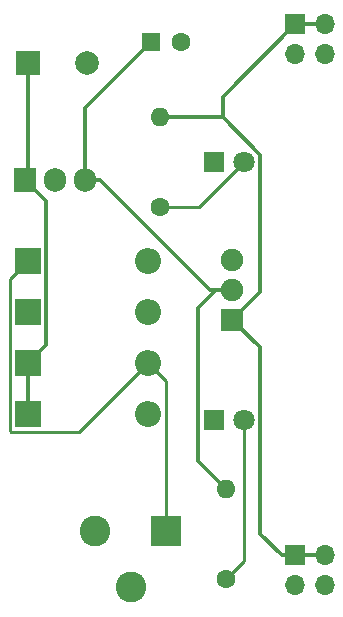
<source format=gtl>
%TF.GenerationSoftware,KiCad,Pcbnew,(5.1.6)-1*%
%TF.CreationDate,2020-06-18T13:16:41+05:30*%
%TF.ProjectId,breadboard powersupply,62726561-6462-46f6-9172-6420706f7765,V1*%
%TF.SameCoordinates,Original*%
%TF.FileFunction,Copper,L1,Top*%
%TF.FilePolarity,Positive*%
%FSLAX46Y46*%
G04 Gerber Fmt 4.6, Leading zero omitted, Abs format (unit mm)*
G04 Created by KiCad (PCBNEW (5.1.6)-1) date 2020-06-18 13:16:41*
%MOMM*%
%LPD*%
G01*
G04 APERTURE LIST*
%TA.AperFunction,ComponentPad*%
%ADD10R,2.000000X2.000000*%
%TD*%
%TA.AperFunction,ComponentPad*%
%ADD11C,2.000000*%
%TD*%
%TA.AperFunction,ComponentPad*%
%ADD12R,1.600000X1.600000*%
%TD*%
%TA.AperFunction,ComponentPad*%
%ADD13C,1.600000*%
%TD*%
%TA.AperFunction,ComponentPad*%
%ADD14R,2.200000X2.200000*%
%TD*%
%TA.AperFunction,ComponentPad*%
%ADD15O,2.200000X2.200000*%
%TD*%
%TA.AperFunction,ComponentPad*%
%ADD16R,1.800000X1.800000*%
%TD*%
%TA.AperFunction,ComponentPad*%
%ADD17C,1.800000*%
%TD*%
%TA.AperFunction,ComponentPad*%
%ADD18R,2.600000X2.600000*%
%TD*%
%TA.AperFunction,ComponentPad*%
%ADD19C,2.600000*%
%TD*%
%TA.AperFunction,ComponentPad*%
%ADD20R,1.700000X1.700000*%
%TD*%
%TA.AperFunction,ComponentPad*%
%ADD21O,1.700000X1.700000*%
%TD*%
%TA.AperFunction,ComponentPad*%
%ADD22O,1.600000X1.600000*%
%TD*%
%TA.AperFunction,ComponentPad*%
%ADD23R,1.900000X1.900000*%
%TD*%
%TA.AperFunction,ComponentPad*%
%ADD24C,1.900000*%
%TD*%
%TA.AperFunction,ComponentPad*%
%ADD25R,1.905000X2.000000*%
%TD*%
%TA.AperFunction,ComponentPad*%
%ADD26O,1.905000X2.000000*%
%TD*%
%TA.AperFunction,Conductor*%
%ADD27C,0.300000*%
%TD*%
%TA.AperFunction,Conductor*%
%ADD28C,0.250000*%
%TD*%
G04 APERTURE END LIST*
D10*
%TO.P,C1,1*%
%TO.N,/Vin*%
X117348000Y-81280000D03*
D11*
%TO.P,C1,2*%
%TO.N,/GND*%
X122348000Y-81280000D03*
%TD*%
D12*
%TO.P,C2,1*%
%TO.N,/Vout1*%
X127762000Y-79502000D03*
D13*
%TO.P,C2,2*%
%TO.N,/GND*%
X130262000Y-79502000D03*
%TD*%
D14*
%TO.P,D1,1*%
%TO.N,/Vin*%
X117303001Y-106630001D03*
D15*
%TO.P,D1,2*%
%TO.N,Net-(D1-Pad2)*%
X127463001Y-106630001D03*
%TD*%
D14*
%TO.P,D2,1*%
%TO.N,Net-(D1-Pad2)*%
X117303001Y-98018001D03*
D15*
%TO.P,D2,2*%
%TO.N,/GND*%
X127463001Y-98018001D03*
%TD*%
%TO.P,D3,2*%
%TO.N,Net-(D3-Pad2)*%
X127463001Y-110936001D03*
D14*
%TO.P,D3,1*%
%TO.N,/Vin*%
X117303001Y-110936001D03*
%TD*%
D15*
%TO.P,D4,2*%
%TO.N,/GND*%
X127463001Y-102324001D03*
D14*
%TO.P,D4,1*%
%TO.N,Net-(D3-Pad2)*%
X117303001Y-102324001D03*
%TD*%
D16*
%TO.P,D5,1*%
%TO.N,/GND*%
X133096000Y-111506000D03*
D17*
%TO.P,D5,2*%
%TO.N,Net-(D5-Pad2)*%
X135636000Y-111506000D03*
%TD*%
%TO.P,D6,2*%
%TO.N,Net-(D6-Pad2)*%
X135636000Y-89662000D03*
D16*
%TO.P,D6,1*%
%TO.N,/GND*%
X133096000Y-89662000D03*
%TD*%
D18*
%TO.P,J1,1*%
%TO.N,Net-(D1-Pad2)*%
X129032000Y-120904000D03*
D19*
%TO.P,J1,2*%
%TO.N,Net-(D3-Pad2)*%
X123032000Y-120904000D03*
%TO.P,J1,3*%
%TO.N,Net-(J1-Pad3)*%
X126032000Y-125604000D03*
%TD*%
D20*
%TO.P,J2,1*%
%TO.N,/Vout2*%
X139954000Y-77978000D03*
D21*
%TO.P,J2,2*%
X142494000Y-77978000D03*
%TO.P,J2,3*%
%TO.N,/GND*%
X139954000Y-80518000D03*
%TO.P,J2,4*%
X142494000Y-80518000D03*
%TD*%
D20*
%TO.P,J3,1*%
%TO.N,/Vout2*%
X139954000Y-122936000D03*
D21*
%TO.P,J3,2*%
X142494000Y-122936000D03*
%TO.P,J3,3*%
%TO.N,/GND*%
X139954000Y-125476000D03*
%TO.P,J3,4*%
X142494000Y-125476000D03*
%TD*%
D13*
%TO.P,R1,1*%
%TO.N,Net-(D5-Pad2)*%
X134112000Y-124968000D03*
D22*
%TO.P,R1,2*%
%TO.N,/Vout1*%
X134112000Y-117348000D03*
%TD*%
%TO.P,R2,2*%
%TO.N,/Vout2*%
X128524000Y-85852000D03*
D13*
%TO.P,R2,1*%
%TO.N,Net-(D6-Pad2)*%
X128524000Y-93472000D03*
%TD*%
D23*
%TO.P,SW1,1*%
%TO.N,/Vout2*%
X134620000Y-102964000D03*
D24*
%TO.P,SW1,2*%
%TO.N,/Vout1*%
X134620000Y-100464000D03*
%TO.P,SW1,3*%
%TO.N,Net-(SW1-Pad3)*%
X134620000Y-97964000D03*
%TD*%
D25*
%TO.P,U1,1*%
%TO.N,/Vin*%
X117094000Y-91186000D03*
D26*
%TO.P,U1,2*%
%TO.N,/GND*%
X119634000Y-91186000D03*
%TO.P,U1,3*%
%TO.N,/Vout1*%
X122174000Y-91186000D03*
%TD*%
D27*
%TO.N,/Vin*%
X117303001Y-110936001D02*
X117303001Y-106630001D01*
X118853002Y-92945002D02*
X117094000Y-91186000D01*
X118853002Y-105080000D02*
X118853002Y-92945002D01*
X117303001Y-106630001D02*
X118853002Y-105080000D01*
X117348000Y-90932000D02*
X117094000Y-91186000D01*
X117348000Y-81280000D02*
X117348000Y-90932000D01*
%TO.N,/Vout1*%
X133276498Y-100464000D02*
X134620000Y-100464000D01*
X131745999Y-114981999D02*
X131745999Y-101994499D01*
X131745999Y-101994499D02*
X133276498Y-100464000D01*
X134112000Y-117348000D02*
X131745999Y-114981999D01*
X132704500Y-100464000D02*
X134620000Y-100464000D01*
X123426500Y-91186000D02*
X132704500Y-100464000D01*
X122174000Y-91186000D02*
X123426500Y-91186000D01*
X122174000Y-85090000D02*
X122174000Y-91186000D01*
X127762000Y-79502000D02*
X122174000Y-85090000D01*
D28*
%TO.N,Net-(D1-Pad2)*%
X129032000Y-108199000D02*
X127463001Y-106630001D01*
X129032000Y-120904000D02*
X129032000Y-108199000D01*
X115778000Y-99543002D02*
X117303001Y-98018001D01*
X115778000Y-112376002D02*
X115778000Y-99543002D01*
X121632000Y-112461002D02*
X115863000Y-112461002D01*
X115863000Y-112461002D02*
X115778000Y-112376002D01*
X127463001Y-106630001D02*
X121632000Y-112461002D01*
%TO.N,Net-(D5-Pad2)*%
X135636000Y-123444000D02*
X135636000Y-111506000D01*
X134112000Y-124968000D02*
X135636000Y-123444000D01*
%TO.N,Net-(D6-Pad2)*%
X131826000Y-93472000D02*
X135636000Y-89662000D01*
X128524000Y-93472000D02*
X131826000Y-93472000D01*
D27*
%TO.N,/Vout2*%
X139954000Y-122936000D02*
X142494000Y-122936000D01*
X136986001Y-105330001D02*
X134620000Y-102964000D01*
X136986001Y-121118001D02*
X136986001Y-105330001D01*
X138804000Y-122936000D02*
X136986001Y-121118001D01*
X139954000Y-122936000D02*
X138804000Y-122936000D01*
X133824002Y-85852000D02*
X128524000Y-85852000D01*
X136986001Y-89013999D02*
X133824002Y-85852000D01*
X136986001Y-100597999D02*
X136986001Y-89013999D01*
X134620000Y-102964000D02*
X136986001Y-100597999D01*
X142494000Y-77978000D02*
X139954000Y-77978000D01*
X133824002Y-84107998D02*
X133824002Y-85852000D01*
X139954000Y-77978000D02*
X133824002Y-84107998D01*
%TD*%
M02*

</source>
